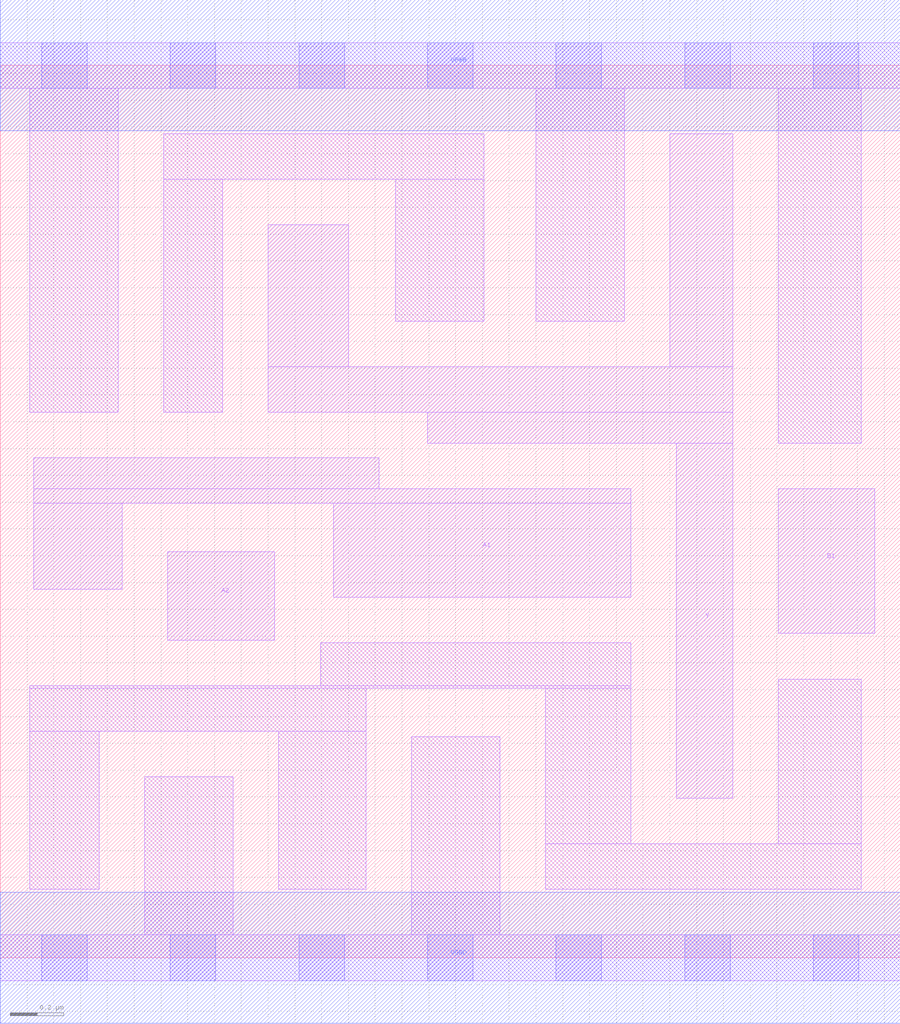
<source format=lef>
# Copyright 2020 The SkyWater PDK Authors
#
# Licensed under the Apache License, Version 2.0 (the "License");
# you may not use this file except in compliance with the License.
# You may obtain a copy of the License at
#
#     https://www.apache.org/licenses/LICENSE-2.0
#
# Unless required by applicable law or agreed to in writing, software
# distributed under the License is distributed on an "AS IS" BASIS,
# WITHOUT WARRANTIES OR CONDITIONS OF ANY KIND, either express or implied.
# See the License for the specific language governing permissions and
# limitations under the License.
#
# SPDX-License-Identifier: Apache-2.0

VERSION 5.7 ;
  NOWIREEXTENSIONATPIN ON ;
  DIVIDERCHAR "/" ;
  BUSBITCHARS "[]" ;
UNITS
  DATABASE MICRONS 200 ;
END UNITS
MACRO sky130_fd_sc_lp__o21ai_2
  CLASS CORE ;
  FOREIGN sky130_fd_sc_lp__o21ai_2 ;
  ORIGIN  0.000000  0.000000 ;
  SIZE  3.360000 BY  3.330000 ;
  SYMMETRY X Y R90 ;
  SITE unit ;
  PIN A1
    ANTENNAGATEAREA  0.630000 ;
    DIRECTION INPUT ;
    USE SIGNAL ;
    PORT
      LAYER li1 ;
        RECT 0.125000 1.375000 0.455000 1.695000 ;
        RECT 0.125000 1.695000 2.355000 1.750000 ;
        RECT 0.125000 1.750000 1.415000 1.865000 ;
        RECT 1.245000 1.345000 2.355000 1.695000 ;
    END
  END A1
  PIN A2
    ANTENNAGATEAREA  0.630000 ;
    DIRECTION INPUT ;
    USE SIGNAL ;
    PORT
      LAYER li1 ;
        RECT 0.625000 1.185000 1.025000 1.515000 ;
    END
  END A2
  PIN B1
    ANTENNAGATEAREA  0.630000 ;
    DIRECTION INPUT ;
    USE SIGNAL ;
    PORT
      LAYER li1 ;
        RECT 2.905000 1.210000 3.265000 1.750000 ;
    END
  END B1
  PIN Y
    ANTENNADIFFAREA  0.940800 ;
    DIRECTION OUTPUT ;
    USE SIGNAL ;
    PORT
      LAYER li1 ;
        RECT 1.000000 2.035000 2.735000 2.205000 ;
        RECT 1.000000 2.205000 1.300000 2.735000 ;
        RECT 1.595000 1.920000 2.735000 2.035000 ;
        RECT 2.500000 2.205000 2.735000 3.075000 ;
        RECT 2.525000 0.595000 2.735000 1.920000 ;
    END
  END Y
  PIN VGND
    DIRECTION INOUT ;
    USE GROUND ;
    PORT
      LAYER met1 ;
        RECT 0.000000 -0.245000 3.360000 0.245000 ;
    END
  END VGND
  PIN VPWR
    DIRECTION INOUT ;
    USE POWER ;
    PORT
      LAYER met1 ;
        RECT 0.000000 3.085000 3.360000 3.575000 ;
    END
  END VPWR
  OBS
    LAYER li1 ;
      RECT 0.000000 -0.085000 3.360000 0.085000 ;
      RECT 0.000000  3.245000 3.360000 3.415000 ;
      RECT 0.110000  0.255000 0.370000 0.845000 ;
      RECT 0.110000  0.845000 1.365000 1.005000 ;
      RECT 0.110000  1.005000 2.355000 1.015000 ;
      RECT 0.110000  2.035000 0.440000 3.245000 ;
      RECT 0.540000  0.085000 0.870000 0.675000 ;
      RECT 0.610000  2.035000 0.830000 2.905000 ;
      RECT 0.610000  2.905000 1.805000 3.075000 ;
      RECT 1.040000  0.255000 1.365000 0.845000 ;
      RECT 1.195000  1.015000 2.355000 1.175000 ;
      RECT 1.475000  2.375000 1.805000 2.905000 ;
      RECT 1.535000  0.085000 1.865000 0.825000 ;
      RECT 2.000000  2.375000 2.330000 3.245000 ;
      RECT 2.035000  0.255000 3.215000 0.425000 ;
      RECT 2.035000  0.425000 2.355000 1.005000 ;
      RECT 2.905000  0.425000 3.215000 1.040000 ;
      RECT 2.905000  1.920000 3.215000 3.245000 ;
    LAYER mcon ;
      RECT 0.155000 -0.085000 0.325000 0.085000 ;
      RECT 0.155000  3.245000 0.325000 3.415000 ;
      RECT 0.635000 -0.085000 0.805000 0.085000 ;
      RECT 0.635000  3.245000 0.805000 3.415000 ;
      RECT 1.115000 -0.085000 1.285000 0.085000 ;
      RECT 1.115000  3.245000 1.285000 3.415000 ;
      RECT 1.595000 -0.085000 1.765000 0.085000 ;
      RECT 1.595000  3.245000 1.765000 3.415000 ;
      RECT 2.075000 -0.085000 2.245000 0.085000 ;
      RECT 2.075000  3.245000 2.245000 3.415000 ;
      RECT 2.555000 -0.085000 2.725000 0.085000 ;
      RECT 2.555000  3.245000 2.725000 3.415000 ;
      RECT 3.035000 -0.085000 3.205000 0.085000 ;
      RECT 3.035000  3.245000 3.205000 3.415000 ;
  END
END sky130_fd_sc_lp__o21ai_2
END LIBRARY

</source>
